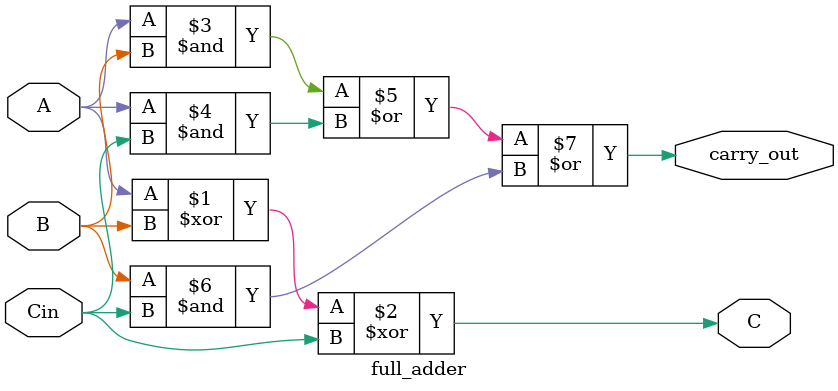
<source format=v>
module full_adder (input A,
input B,
input Cin,
output C,
output carry_out);
assign C=A^B^Cin;
assign carry_out= (A&B)|(A&Cin)|(B&Cin);

endmodule
</source>
